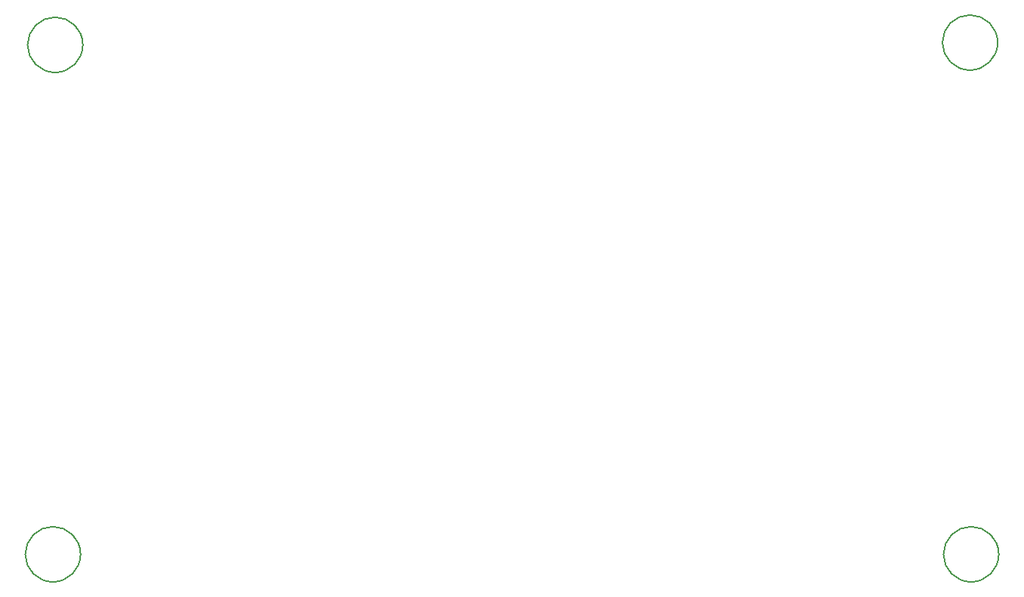
<source format=gbo>
G04*
G04 #@! TF.GenerationSoftware,Altium Limited,Altium Designer,23.1.1 (15)*
G04*
G04 Layer_Color=32896*
%FSLAX44Y44*%
%MOMM*%
G71*
G04*
G04 #@! TF.SameCoordinates,30CF7A92-77B0-4B7A-85BE-2C256DE05FD5*
G04*
G04*
G04 #@! TF.FilePolarity,Positive*
G04*
G01*
G75*
%ADD10C,0.2000*%
D10*
X2020Y35560D02*
G03*
X33020Y4560I31000J0D01*
G01*
D02*
G03*
X64020Y35560I0J31000D01*
G01*
D02*
G03*
X33020Y66560I-31000J0D01*
G01*
D02*
G03*
X2020Y35560I0J-31000D01*
G01*
X35560Y576060D02*
G03*
X66560Y607060I0J31000D01*
G01*
D02*
G03*
X35560Y638060I-31000J0D01*
G01*
D02*
G03*
X4560Y607060I0J-31000D01*
G01*
D02*
G03*
X35560Y576060I31000J0D01*
G01*
X1030720Y35560D02*
G03*
X1061720Y4560I31000J0D01*
G01*
D02*
G03*
X1092720Y35560I0J31000D01*
G01*
D02*
G03*
X1061720Y66560I-31000J0D01*
G01*
D02*
G03*
X1030720Y35560I0J-31000D01*
G01*
X1060450Y578600D02*
G03*
X1091450Y609600I0J31000D01*
G01*
D02*
G03*
X1060450Y640600I-31000J0D01*
G01*
D02*
G03*
X1029450Y609600I0J-31000D01*
G01*
D02*
G03*
X1060450Y578600I31000J0D01*
G01*
M02*

</source>
